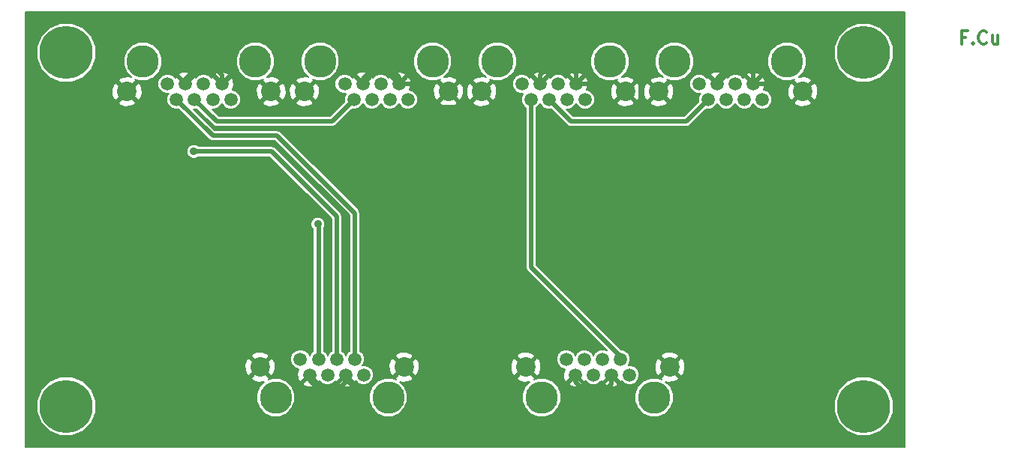
<source format=gtl>
G04 (created by PCBNEW (2013-07-07 BZR 4022)-stable) date 9/18/2013 12:17:53*
%MOIN*%
G04 Gerber Fmt 3.4, Leading zero omitted, Abs format*
%FSLAX34Y34*%
G01*
G70*
G90*
G04 APERTURE LIST*
%ADD10C,0.00590551*%
%ADD11C,0.011811*%
%ADD12C,0.23622*%
%ADD13C,0.1437*%
%ADD14C,0.0591*%
%ADD15C,0.0866142*%
%ADD16C,0.035*%
%ADD17C,0.019685*%
%ADD18C,0.00787402*%
G04 APERTURE END LIST*
G54D10*
G54D11*
X46664Y-6012D02*
X46467Y-6012D01*
X46467Y-6321D02*
X46467Y-5731D01*
X46749Y-5731D01*
X46974Y-6265D02*
X47002Y-6293D01*
X46974Y-6321D01*
X46946Y-6293D01*
X46974Y-6265D01*
X46974Y-6321D01*
X47592Y-6265D02*
X47564Y-6293D01*
X47480Y-6321D01*
X47424Y-6321D01*
X47339Y-6293D01*
X47283Y-6237D01*
X47255Y-6181D01*
X47227Y-6068D01*
X47227Y-5984D01*
X47255Y-5871D01*
X47283Y-5815D01*
X47339Y-5759D01*
X47424Y-5731D01*
X47480Y-5731D01*
X47564Y-5759D01*
X47592Y-5787D01*
X48098Y-5928D02*
X48098Y-6321D01*
X47845Y-5928D02*
X47845Y-6237D01*
X47874Y-6293D01*
X47930Y-6321D01*
X48014Y-6321D01*
X48070Y-6293D01*
X48098Y-6265D01*
G54D12*
X6692Y-6692D03*
X6692Y-22440D03*
X42125Y-22440D03*
X42125Y-6692D03*
G54D13*
X33720Y-7086D03*
X38720Y-7086D03*
G54D14*
X34814Y-8086D03*
X35216Y-8787D03*
X35618Y-8086D03*
X36019Y-8787D03*
X36421Y-8086D03*
X36822Y-8787D03*
X37224Y-8086D03*
X37625Y-8787D03*
G54D15*
X33019Y-8437D03*
X39421Y-8437D03*
G54D13*
X25846Y-7086D03*
X30846Y-7086D03*
G54D14*
X26940Y-8086D03*
X27342Y-8787D03*
X27744Y-8086D03*
X28145Y-8787D03*
X28547Y-8086D03*
X28948Y-8787D03*
X29350Y-8086D03*
X29751Y-8787D03*
G54D15*
X25145Y-8437D03*
X31547Y-8437D03*
G54D13*
X17972Y-7086D03*
X22972Y-7086D03*
G54D14*
X19066Y-8086D03*
X19468Y-8787D03*
X19870Y-8086D03*
X20271Y-8787D03*
X20673Y-8086D03*
X21074Y-8787D03*
X21476Y-8086D03*
X21877Y-8787D03*
G54D15*
X17271Y-8437D03*
X23673Y-8437D03*
G54D13*
X10098Y-7086D03*
X15098Y-7086D03*
G54D14*
X11192Y-8086D03*
X11594Y-8787D03*
X11996Y-8086D03*
X12397Y-8787D03*
X12799Y-8086D03*
X13200Y-8787D03*
X13602Y-8086D03*
X14003Y-8787D03*
G54D15*
X9397Y-8437D03*
X15799Y-8437D03*
G54D13*
X32814Y-22047D03*
X27814Y-22047D03*
G54D14*
X31720Y-21047D03*
X31318Y-20346D03*
X30917Y-21047D03*
X30515Y-20346D03*
X30114Y-21047D03*
X29712Y-20346D03*
X29311Y-21047D03*
X28909Y-20346D03*
G54D15*
X33515Y-20696D03*
X27114Y-20696D03*
G54D13*
X21003Y-22047D03*
X16003Y-22047D03*
G54D14*
X19909Y-21047D03*
X19507Y-20346D03*
X19106Y-21047D03*
X18704Y-20346D03*
X18303Y-21047D03*
X17901Y-20346D03*
X17500Y-21047D03*
X17098Y-20346D03*
G54D15*
X21704Y-20696D03*
X15303Y-20696D03*
G54D16*
X17874Y-14330D03*
X12362Y-11102D03*
G54D17*
X37224Y-8086D02*
X38007Y-8086D01*
X31259Y-21389D02*
X30917Y-21047D01*
X31259Y-22125D02*
X31259Y-21389D01*
X32283Y-23149D02*
X31259Y-22125D01*
X34330Y-23149D02*
X32283Y-23149D01*
X38503Y-18976D02*
X34330Y-23149D01*
X38503Y-8582D02*
X38503Y-18976D01*
X38007Y-8086D02*
X38503Y-8582D01*
X19106Y-21047D02*
X19106Y-21232D01*
X28818Y-21539D02*
X29311Y-21047D01*
X28818Y-22598D02*
X28818Y-21539D01*
X27952Y-23464D02*
X28818Y-22598D01*
X20629Y-23464D02*
X27952Y-23464D01*
X19921Y-22755D02*
X20629Y-23464D01*
X19921Y-22047D02*
X19921Y-22755D01*
X19106Y-21232D02*
X19921Y-22047D01*
X29311Y-21047D02*
X29311Y-21358D01*
X30917Y-21444D02*
X30917Y-21047D01*
X30629Y-21732D02*
X30917Y-21444D01*
X29685Y-21732D02*
X30629Y-21732D01*
X29311Y-21358D02*
X29685Y-21732D01*
X17500Y-21047D02*
X17500Y-21279D01*
X19106Y-21366D02*
X19106Y-21047D01*
X18740Y-21732D02*
X19106Y-21366D01*
X17952Y-21732D02*
X18740Y-21732D01*
X17500Y-21279D02*
X17952Y-21732D01*
X35618Y-8086D02*
X35618Y-7846D01*
X37224Y-7618D02*
X37224Y-8086D01*
X36929Y-7322D02*
X37224Y-7618D01*
X36141Y-7322D02*
X36929Y-7322D01*
X35618Y-7846D02*
X36141Y-7322D01*
X29350Y-8086D02*
X30133Y-8086D01*
X35118Y-7586D02*
X35618Y-8086D01*
X35118Y-6929D02*
X35118Y-7586D01*
X34330Y-6141D02*
X35118Y-6929D01*
X33228Y-6141D02*
X34330Y-6141D01*
X32204Y-7165D02*
X33228Y-6141D01*
X32204Y-8897D02*
X32204Y-7165D01*
X31811Y-9291D02*
X32204Y-8897D01*
X31338Y-9291D02*
X31811Y-9291D01*
X30133Y-8086D02*
X31338Y-9291D01*
X27744Y-8086D02*
X27744Y-7688D01*
X29350Y-7618D02*
X29350Y-8086D01*
X28976Y-7244D02*
X29350Y-7618D01*
X28188Y-7244D02*
X28976Y-7244D01*
X27744Y-7688D02*
X28188Y-7244D01*
X21476Y-8086D02*
X22181Y-8086D01*
X27165Y-7507D02*
X27744Y-8086D01*
X27165Y-7007D02*
X27165Y-7507D01*
X26220Y-6062D02*
X27165Y-7007D01*
X25196Y-6062D02*
X26220Y-6062D01*
X24409Y-6850D02*
X25196Y-6062D01*
X24409Y-8740D02*
X24409Y-6850D01*
X24015Y-9133D02*
X24409Y-8740D01*
X23228Y-9133D02*
X24015Y-9133D01*
X22181Y-8086D02*
X23228Y-9133D01*
X19870Y-8086D02*
X19870Y-7846D01*
X21476Y-7775D02*
X21476Y-8086D01*
X21023Y-7322D02*
X21476Y-7775D01*
X20393Y-7322D02*
X21023Y-7322D01*
X19870Y-7846D02*
X20393Y-7322D01*
X13602Y-8086D02*
X13645Y-8086D01*
X19212Y-7429D02*
X19870Y-8086D01*
X19212Y-6614D02*
X19212Y-7429D01*
X18425Y-5826D02*
X19212Y-6614D01*
X14803Y-5826D02*
X18425Y-5826D01*
X14015Y-6614D02*
X14803Y-5826D01*
X14015Y-7716D02*
X14015Y-6614D01*
X13645Y-8086D02*
X14015Y-7716D01*
X13602Y-7696D02*
X13602Y-8086D01*
X13188Y-7283D02*
X13602Y-7696D01*
X12598Y-7283D02*
X13188Y-7283D01*
X11996Y-7885D02*
X12598Y-7283D01*
X11996Y-8086D02*
X11996Y-7885D01*
X17901Y-20346D02*
X17901Y-14358D01*
X17901Y-14358D02*
X17874Y-14330D01*
X31318Y-20346D02*
X31318Y-20216D01*
X27342Y-16240D02*
X27342Y-8787D01*
X31318Y-20216D02*
X27342Y-16240D01*
X35216Y-8787D02*
X35216Y-8799D01*
X29122Y-9763D02*
X28145Y-8787D01*
X34251Y-9763D02*
X29122Y-9763D01*
X35216Y-8799D02*
X34251Y-9763D01*
X19507Y-20346D02*
X19507Y-13838D01*
X13200Y-10393D02*
X11594Y-8787D01*
X16062Y-10393D02*
X13200Y-10393D01*
X19507Y-13838D02*
X16062Y-10393D01*
X18704Y-20346D02*
X18704Y-13980D01*
X15826Y-11102D02*
X12362Y-11102D01*
X18704Y-13980D02*
X15826Y-11102D01*
X19468Y-8787D02*
X19468Y-8799D01*
X13374Y-9763D02*
X12397Y-8787D01*
X18503Y-9763D02*
X13374Y-9763D01*
X19468Y-8799D02*
X18503Y-9763D01*
G54D10*
G36*
X43946Y-24261D02*
X43446Y-24261D01*
X43446Y-22179D01*
X43446Y-6431D01*
X43246Y-5945D01*
X42874Y-5574D01*
X42389Y-5372D01*
X41864Y-5372D01*
X41378Y-5572D01*
X41007Y-5943D01*
X40805Y-6429D01*
X40805Y-6954D01*
X41005Y-7439D01*
X41377Y-7811D01*
X41862Y-8013D01*
X42387Y-8013D01*
X42872Y-7813D01*
X43244Y-7441D01*
X43446Y-6956D01*
X43446Y-6431D01*
X43446Y-22179D01*
X43246Y-21693D01*
X42874Y-21322D01*
X42389Y-21120D01*
X41864Y-21120D01*
X41378Y-21320D01*
X41007Y-21691D01*
X40805Y-22177D01*
X40805Y-22702D01*
X41005Y-23187D01*
X41377Y-23559D01*
X41862Y-23761D01*
X42387Y-23761D01*
X42872Y-23561D01*
X43244Y-23189D01*
X43446Y-22704D01*
X43446Y-22179D01*
X43446Y-24261D01*
X40099Y-24261D01*
X40099Y-8537D01*
X40086Y-8270D01*
X40009Y-8084D01*
X39904Y-8039D01*
X39818Y-8125D01*
X39818Y-7953D01*
X39773Y-7848D01*
X39521Y-7758D01*
X39254Y-7771D01*
X39243Y-7776D01*
X39447Y-7573D01*
X39578Y-7258D01*
X39578Y-6916D01*
X39448Y-6601D01*
X39207Y-6359D01*
X38891Y-6228D01*
X38550Y-6228D01*
X38235Y-6358D01*
X37993Y-6600D01*
X37862Y-6915D01*
X37862Y-7256D01*
X37992Y-7571D01*
X38233Y-7813D01*
X38549Y-7944D01*
X38890Y-7944D01*
X39057Y-7875D01*
X39023Y-7953D01*
X39421Y-8351D01*
X39818Y-7953D01*
X39818Y-8125D01*
X39507Y-8437D01*
X39904Y-8834D01*
X40009Y-8789D01*
X40099Y-8537D01*
X40099Y-24261D01*
X39818Y-24261D01*
X39818Y-8920D01*
X39421Y-8522D01*
X39335Y-8608D01*
X39335Y-8437D01*
X38937Y-8039D01*
X38833Y-8084D01*
X38743Y-8336D01*
X38756Y-8603D01*
X38833Y-8789D01*
X38937Y-8834D01*
X39335Y-8437D01*
X39335Y-8608D01*
X39023Y-8920D01*
X39068Y-9025D01*
X39320Y-9115D01*
X39587Y-9102D01*
X39773Y-9025D01*
X39818Y-8920D01*
X39818Y-24261D01*
X38060Y-24261D01*
X38060Y-8701D01*
X37994Y-8541D01*
X37872Y-8418D01*
X37712Y-8352D01*
X37699Y-8352D01*
X37765Y-8154D01*
X37750Y-7941D01*
X37698Y-7817D01*
X37607Y-7788D01*
X37522Y-7874D01*
X37522Y-7703D01*
X37493Y-7612D01*
X37291Y-7545D01*
X37079Y-7560D01*
X36954Y-7612D01*
X36926Y-7703D01*
X37224Y-8000D01*
X37522Y-7703D01*
X37522Y-7874D01*
X37310Y-8086D01*
X37315Y-8092D01*
X37229Y-8177D01*
X37224Y-8172D01*
X37218Y-8177D01*
X37133Y-8092D01*
X37138Y-8086D01*
X36840Y-7788D01*
X36762Y-7813D01*
X36667Y-7718D01*
X36508Y-7651D01*
X36335Y-7651D01*
X36175Y-7717D01*
X36079Y-7813D01*
X36001Y-7788D01*
X35915Y-7874D01*
X35915Y-7703D01*
X35887Y-7612D01*
X35685Y-7545D01*
X35473Y-7560D01*
X35348Y-7612D01*
X35320Y-7703D01*
X35618Y-8000D01*
X35915Y-7703D01*
X35915Y-7874D01*
X35703Y-8086D01*
X35709Y-8092D01*
X35623Y-8177D01*
X35618Y-8172D01*
X35612Y-8177D01*
X35526Y-8092D01*
X35532Y-8086D01*
X35234Y-7788D01*
X35156Y-7813D01*
X35061Y-7718D01*
X34901Y-7651D01*
X34728Y-7651D01*
X34578Y-7713D01*
X34578Y-6916D01*
X34448Y-6601D01*
X34207Y-6359D01*
X33891Y-6228D01*
X33550Y-6228D01*
X33235Y-6358D01*
X32993Y-6600D01*
X32862Y-6915D01*
X32862Y-7256D01*
X32992Y-7571D01*
X33212Y-7791D01*
X33120Y-7758D01*
X32852Y-7771D01*
X32667Y-7848D01*
X32622Y-7953D01*
X33019Y-8351D01*
X33417Y-7953D01*
X33383Y-7875D01*
X33549Y-7944D01*
X33890Y-7944D01*
X34205Y-7814D01*
X34447Y-7573D01*
X34578Y-7258D01*
X34578Y-6916D01*
X34578Y-7713D01*
X34568Y-7717D01*
X34446Y-7839D01*
X34380Y-7999D01*
X34380Y-8172D01*
X34446Y-8332D01*
X34568Y-8455D01*
X34728Y-8521D01*
X34867Y-8521D01*
X34848Y-8540D01*
X34781Y-8700D01*
X34781Y-8873D01*
X34788Y-8890D01*
X34153Y-9525D01*
X33697Y-9525D01*
X33697Y-8537D01*
X33684Y-8270D01*
X33607Y-8084D01*
X33502Y-8039D01*
X33105Y-8437D01*
X33502Y-8834D01*
X33607Y-8789D01*
X33697Y-8537D01*
X33697Y-9525D01*
X33417Y-9525D01*
X33417Y-8920D01*
X33019Y-8522D01*
X32933Y-8608D01*
X32933Y-8437D01*
X32536Y-8039D01*
X32431Y-8084D01*
X32341Y-8336D01*
X32354Y-8603D01*
X32431Y-8789D01*
X32536Y-8834D01*
X32933Y-8437D01*
X32933Y-8608D01*
X32622Y-8920D01*
X32667Y-9025D01*
X32919Y-9115D01*
X33186Y-9102D01*
X33372Y-9025D01*
X33417Y-8920D01*
X33417Y-9525D01*
X32225Y-9525D01*
X32225Y-8537D01*
X32212Y-8270D01*
X32135Y-8084D01*
X32030Y-8039D01*
X31944Y-8125D01*
X31944Y-7953D01*
X31899Y-7848D01*
X31647Y-7758D01*
X31380Y-7771D01*
X31369Y-7776D01*
X31573Y-7573D01*
X31704Y-7258D01*
X31704Y-6916D01*
X31574Y-6601D01*
X31333Y-6359D01*
X31017Y-6228D01*
X30676Y-6228D01*
X30361Y-6358D01*
X30119Y-6600D01*
X29988Y-6915D01*
X29988Y-7256D01*
X30118Y-7571D01*
X30359Y-7813D01*
X30675Y-7944D01*
X31016Y-7944D01*
X31183Y-7875D01*
X31149Y-7953D01*
X31547Y-8351D01*
X31944Y-7953D01*
X31944Y-8125D01*
X31632Y-8437D01*
X32030Y-8834D01*
X32135Y-8789D01*
X32225Y-8537D01*
X32225Y-9525D01*
X31944Y-9525D01*
X31944Y-8920D01*
X31547Y-8522D01*
X31461Y-8608D01*
X31461Y-8437D01*
X31063Y-8039D01*
X30959Y-8084D01*
X30869Y-8336D01*
X30882Y-8603D01*
X30959Y-8789D01*
X31063Y-8834D01*
X31461Y-8437D01*
X31461Y-8608D01*
X31149Y-8920D01*
X31194Y-9025D01*
X31446Y-9115D01*
X31713Y-9102D01*
X31899Y-9025D01*
X31944Y-8920D01*
X31944Y-9525D01*
X29220Y-9525D01*
X28916Y-9222D01*
X29034Y-9222D01*
X29194Y-9156D01*
X29317Y-9034D01*
X29350Y-8954D01*
X29383Y-9033D01*
X29505Y-9155D01*
X29665Y-9222D01*
X29838Y-9222D01*
X29997Y-9156D01*
X30120Y-9034D01*
X30186Y-8874D01*
X30186Y-8701D01*
X30120Y-8541D01*
X29998Y-8418D01*
X29838Y-8352D01*
X29825Y-8352D01*
X29891Y-8154D01*
X29876Y-7941D01*
X29824Y-7817D01*
X29733Y-7788D01*
X29648Y-7874D01*
X29648Y-7703D01*
X29619Y-7612D01*
X29417Y-7545D01*
X29205Y-7560D01*
X29080Y-7612D01*
X29052Y-7703D01*
X29350Y-8000D01*
X29648Y-7703D01*
X29648Y-7874D01*
X29436Y-8086D01*
X29441Y-8092D01*
X29355Y-8177D01*
X29350Y-8172D01*
X29344Y-8177D01*
X29259Y-8092D01*
X29264Y-8086D01*
X28966Y-7788D01*
X28888Y-7813D01*
X28793Y-7718D01*
X28634Y-7651D01*
X28461Y-7651D01*
X28301Y-7717D01*
X28205Y-7813D01*
X28127Y-7788D01*
X28041Y-7874D01*
X28041Y-7703D01*
X28013Y-7612D01*
X27811Y-7545D01*
X27599Y-7560D01*
X27474Y-7612D01*
X27446Y-7703D01*
X27744Y-8000D01*
X28041Y-7703D01*
X28041Y-7874D01*
X27829Y-8086D01*
X27835Y-8092D01*
X27749Y-8177D01*
X27744Y-8172D01*
X27738Y-8177D01*
X27652Y-8092D01*
X27658Y-8086D01*
X27360Y-7788D01*
X27282Y-7813D01*
X27187Y-7718D01*
X27027Y-7651D01*
X26854Y-7651D01*
X26704Y-7713D01*
X26704Y-6916D01*
X26574Y-6601D01*
X26333Y-6359D01*
X26017Y-6228D01*
X25676Y-6228D01*
X25361Y-6358D01*
X25119Y-6600D01*
X24988Y-6915D01*
X24988Y-7256D01*
X25118Y-7571D01*
X25338Y-7791D01*
X25246Y-7758D01*
X24978Y-7771D01*
X24793Y-7848D01*
X24748Y-7953D01*
X25145Y-8351D01*
X25543Y-7953D01*
X25509Y-7875D01*
X25675Y-7944D01*
X26016Y-7944D01*
X26331Y-7814D01*
X26573Y-7573D01*
X26704Y-7258D01*
X26704Y-6916D01*
X26704Y-7713D01*
X26694Y-7717D01*
X26572Y-7839D01*
X26506Y-7999D01*
X26505Y-8172D01*
X26572Y-8332D01*
X26694Y-8455D01*
X26854Y-8521D01*
X26993Y-8521D01*
X26974Y-8540D01*
X26907Y-8700D01*
X26907Y-8873D01*
X26973Y-9033D01*
X27095Y-9155D01*
X27104Y-9159D01*
X27104Y-16240D01*
X27122Y-16331D01*
X27174Y-16408D01*
X30731Y-19964D01*
X30602Y-19911D01*
X30429Y-19911D01*
X30269Y-19977D01*
X30147Y-20099D01*
X30114Y-20179D01*
X30081Y-20100D01*
X29959Y-19978D01*
X29799Y-19911D01*
X29626Y-19911D01*
X29466Y-19977D01*
X29344Y-20099D01*
X29311Y-20179D01*
X29278Y-20100D01*
X29156Y-19978D01*
X28996Y-19911D01*
X28823Y-19911D01*
X28663Y-19977D01*
X28540Y-20099D01*
X28474Y-20259D01*
X28474Y-20432D01*
X28540Y-20592D01*
X28662Y-20714D01*
X28822Y-20781D01*
X28835Y-20781D01*
X28769Y-20979D01*
X28785Y-21191D01*
X28836Y-21316D01*
X28927Y-21344D01*
X29225Y-21047D01*
X29219Y-21041D01*
X29305Y-20955D01*
X29311Y-20961D01*
X29316Y-20955D01*
X29402Y-21041D01*
X29396Y-21047D01*
X29694Y-21344D01*
X29772Y-21320D01*
X29867Y-21415D01*
X30027Y-21482D01*
X30200Y-21482D01*
X30360Y-21416D01*
X30455Y-21320D01*
X30533Y-21344D01*
X30831Y-21047D01*
X30826Y-21041D01*
X30911Y-20955D01*
X30917Y-20961D01*
X30922Y-20955D01*
X31008Y-21041D01*
X31003Y-21047D01*
X31300Y-21344D01*
X31378Y-21320D01*
X31473Y-21415D01*
X31633Y-21482D01*
X31806Y-21482D01*
X31966Y-21416D01*
X32088Y-21293D01*
X32155Y-21134D01*
X32155Y-20961D01*
X32089Y-20801D01*
X31967Y-20678D01*
X31807Y-20612D01*
X31668Y-20612D01*
X31687Y-20593D01*
X31753Y-20433D01*
X31753Y-20260D01*
X31687Y-20100D01*
X31565Y-19978D01*
X31405Y-19911D01*
X31350Y-19911D01*
X27580Y-16141D01*
X27580Y-9159D01*
X27588Y-9156D01*
X27710Y-9034D01*
X27744Y-8954D01*
X27776Y-9033D01*
X27899Y-9155D01*
X28058Y-9222D01*
X28231Y-9222D01*
X28240Y-9218D01*
X28953Y-9931D01*
X28953Y-9931D01*
X29031Y-9983D01*
X29122Y-10001D01*
X34251Y-10001D01*
X34251Y-10001D01*
X34342Y-9983D01*
X34342Y-9983D01*
X34420Y-9931D01*
X35129Y-9222D01*
X35302Y-9222D01*
X35462Y-9156D01*
X35584Y-9034D01*
X35618Y-8954D01*
X35650Y-9033D01*
X35773Y-9155D01*
X35932Y-9222D01*
X36105Y-9222D01*
X36265Y-9156D01*
X36388Y-9034D01*
X36421Y-8954D01*
X36453Y-9033D01*
X36576Y-9155D01*
X36735Y-9222D01*
X36908Y-9222D01*
X37068Y-9156D01*
X37191Y-9034D01*
X37224Y-8954D01*
X37257Y-9033D01*
X37379Y-9155D01*
X37539Y-9222D01*
X37712Y-9222D01*
X37871Y-9156D01*
X37994Y-9034D01*
X38060Y-8874D01*
X38060Y-8701D01*
X38060Y-24261D01*
X34193Y-24261D01*
X34193Y-20797D01*
X34180Y-20530D01*
X34103Y-20344D01*
X33999Y-20299D01*
X33913Y-20385D01*
X33913Y-20213D01*
X33868Y-20108D01*
X33616Y-20018D01*
X33349Y-20031D01*
X33163Y-20108D01*
X33118Y-20213D01*
X33515Y-20611D01*
X33913Y-20213D01*
X33913Y-20385D01*
X33601Y-20696D01*
X33999Y-21094D01*
X34103Y-21049D01*
X34193Y-20797D01*
X34193Y-24261D01*
X33913Y-24261D01*
X33913Y-21180D01*
X33515Y-20782D01*
X33430Y-20868D01*
X33430Y-20696D01*
X33032Y-20299D01*
X32927Y-20344D01*
X32837Y-20596D01*
X32850Y-20863D01*
X32927Y-21049D01*
X33032Y-21094D01*
X33430Y-20696D01*
X33430Y-20868D01*
X33118Y-21180D01*
X33151Y-21258D01*
X32986Y-21189D01*
X32645Y-21189D01*
X32329Y-21319D01*
X32088Y-21560D01*
X31957Y-21875D01*
X31956Y-22217D01*
X32087Y-22532D01*
X32328Y-22774D01*
X32643Y-22904D01*
X32984Y-22905D01*
X33300Y-22774D01*
X33541Y-22533D01*
X33672Y-22218D01*
X33672Y-21877D01*
X33542Y-21561D01*
X33323Y-21342D01*
X33415Y-21375D01*
X33682Y-21361D01*
X33868Y-21284D01*
X33913Y-21180D01*
X33913Y-24261D01*
X31215Y-24261D01*
X31215Y-21430D01*
X30917Y-21132D01*
X30619Y-21430D01*
X30647Y-21521D01*
X30849Y-21588D01*
X31061Y-21573D01*
X31186Y-21521D01*
X31215Y-21430D01*
X31215Y-24261D01*
X29608Y-24261D01*
X29608Y-21430D01*
X29311Y-21132D01*
X29013Y-21430D01*
X29041Y-21521D01*
X29243Y-21588D01*
X29455Y-21573D01*
X29580Y-21521D01*
X29608Y-21430D01*
X29608Y-24261D01*
X28672Y-24261D01*
X28672Y-21877D01*
X28542Y-21561D01*
X28301Y-21320D01*
X27986Y-21189D01*
X27792Y-21189D01*
X27792Y-20797D01*
X27779Y-20530D01*
X27702Y-20344D01*
X27597Y-20299D01*
X27511Y-20385D01*
X27511Y-20213D01*
X27466Y-20108D01*
X27214Y-20018D01*
X26947Y-20031D01*
X26761Y-20108D01*
X26716Y-20213D01*
X27114Y-20611D01*
X27511Y-20213D01*
X27511Y-20385D01*
X27199Y-20696D01*
X27597Y-21094D01*
X27702Y-21049D01*
X27792Y-20797D01*
X27792Y-21189D01*
X27645Y-21189D01*
X27478Y-21258D01*
X27511Y-21180D01*
X27114Y-20782D01*
X27028Y-20868D01*
X27028Y-20696D01*
X26630Y-20299D01*
X26526Y-20344D01*
X26435Y-20596D01*
X26449Y-20863D01*
X26526Y-21049D01*
X26630Y-21094D01*
X27028Y-20696D01*
X27028Y-20868D01*
X26716Y-21180D01*
X26761Y-21284D01*
X27013Y-21375D01*
X27280Y-21361D01*
X27291Y-21357D01*
X27088Y-21560D01*
X26957Y-21875D01*
X26956Y-22217D01*
X27087Y-22532D01*
X27328Y-22774D01*
X27643Y-22904D01*
X27984Y-22905D01*
X28300Y-22774D01*
X28541Y-22533D01*
X28672Y-22218D01*
X28672Y-21877D01*
X28672Y-24261D01*
X25823Y-24261D01*
X25823Y-8537D01*
X25810Y-8270D01*
X25733Y-8084D01*
X25628Y-8039D01*
X25231Y-8437D01*
X25628Y-8834D01*
X25733Y-8789D01*
X25823Y-8537D01*
X25823Y-24261D01*
X25543Y-24261D01*
X25543Y-8920D01*
X25145Y-8522D01*
X25059Y-8608D01*
X25059Y-8437D01*
X24662Y-8039D01*
X24557Y-8084D01*
X24467Y-8336D01*
X24480Y-8603D01*
X24557Y-8789D01*
X24662Y-8834D01*
X25059Y-8437D01*
X25059Y-8608D01*
X24748Y-8920D01*
X24793Y-9025D01*
X25045Y-9115D01*
X25312Y-9102D01*
X25498Y-9025D01*
X25543Y-8920D01*
X25543Y-24261D01*
X24351Y-24261D01*
X24351Y-8537D01*
X24338Y-8270D01*
X24261Y-8084D01*
X24156Y-8039D01*
X24070Y-8125D01*
X24070Y-7953D01*
X24025Y-7848D01*
X23773Y-7758D01*
X23506Y-7771D01*
X23495Y-7776D01*
X23699Y-7573D01*
X23830Y-7258D01*
X23830Y-6916D01*
X23700Y-6601D01*
X23459Y-6359D01*
X23143Y-6228D01*
X22802Y-6228D01*
X22487Y-6358D01*
X22245Y-6600D01*
X22114Y-6915D01*
X22114Y-7256D01*
X22244Y-7571D01*
X22485Y-7813D01*
X22801Y-7944D01*
X23142Y-7944D01*
X23309Y-7875D01*
X23275Y-7953D01*
X23673Y-8351D01*
X24070Y-7953D01*
X24070Y-8125D01*
X23758Y-8437D01*
X24156Y-8834D01*
X24261Y-8789D01*
X24351Y-8537D01*
X24351Y-24261D01*
X24070Y-24261D01*
X24070Y-8920D01*
X23673Y-8522D01*
X23587Y-8608D01*
X23587Y-8437D01*
X23189Y-8039D01*
X23085Y-8084D01*
X22995Y-8336D01*
X23008Y-8603D01*
X23085Y-8789D01*
X23189Y-8834D01*
X23587Y-8437D01*
X23587Y-8608D01*
X23275Y-8920D01*
X23320Y-9025D01*
X23572Y-9115D01*
X23839Y-9102D01*
X24025Y-9025D01*
X24070Y-8920D01*
X24070Y-24261D01*
X22382Y-24261D01*
X22382Y-20797D01*
X22369Y-20530D01*
X22312Y-20392D01*
X22312Y-8701D01*
X22246Y-8541D01*
X22124Y-8418D01*
X21964Y-8352D01*
X21951Y-8352D01*
X22017Y-8154D01*
X22002Y-7941D01*
X21950Y-7817D01*
X21859Y-7788D01*
X21774Y-7874D01*
X21774Y-7703D01*
X21745Y-7612D01*
X21543Y-7545D01*
X21331Y-7560D01*
X21206Y-7612D01*
X21178Y-7703D01*
X21476Y-8000D01*
X21774Y-7703D01*
X21774Y-7874D01*
X21562Y-8086D01*
X21567Y-8092D01*
X21481Y-8177D01*
X21476Y-8172D01*
X21470Y-8177D01*
X21385Y-8092D01*
X21390Y-8086D01*
X21092Y-7788D01*
X21014Y-7813D01*
X20919Y-7718D01*
X20760Y-7651D01*
X20587Y-7651D01*
X20427Y-7717D01*
X20331Y-7813D01*
X20253Y-7788D01*
X20167Y-7874D01*
X20167Y-7703D01*
X20139Y-7612D01*
X19937Y-7545D01*
X19725Y-7560D01*
X19600Y-7612D01*
X19572Y-7703D01*
X19870Y-8000D01*
X20167Y-7703D01*
X20167Y-7874D01*
X19955Y-8086D01*
X19961Y-8092D01*
X19875Y-8177D01*
X19870Y-8172D01*
X19864Y-8177D01*
X19778Y-8092D01*
X19784Y-8086D01*
X19486Y-7788D01*
X19408Y-7813D01*
X19313Y-7718D01*
X19153Y-7651D01*
X18980Y-7651D01*
X18830Y-7713D01*
X18830Y-6916D01*
X18700Y-6601D01*
X18459Y-6359D01*
X18143Y-6228D01*
X17802Y-6228D01*
X17487Y-6358D01*
X17245Y-6600D01*
X17114Y-6915D01*
X17114Y-7256D01*
X17244Y-7571D01*
X17464Y-7791D01*
X17372Y-7758D01*
X17104Y-7771D01*
X16919Y-7848D01*
X16874Y-7953D01*
X17271Y-8351D01*
X17669Y-7953D01*
X17635Y-7875D01*
X17801Y-7944D01*
X18142Y-7944D01*
X18457Y-7814D01*
X18699Y-7573D01*
X18830Y-7258D01*
X18830Y-6916D01*
X18830Y-7713D01*
X18820Y-7717D01*
X18698Y-7839D01*
X18632Y-7999D01*
X18631Y-8172D01*
X18698Y-8332D01*
X18820Y-8455D01*
X18980Y-8521D01*
X19119Y-8521D01*
X19100Y-8540D01*
X19033Y-8700D01*
X19033Y-8873D01*
X19040Y-8890D01*
X18405Y-9525D01*
X17949Y-9525D01*
X17949Y-8537D01*
X17936Y-8270D01*
X17859Y-8084D01*
X17754Y-8039D01*
X17357Y-8437D01*
X17754Y-8834D01*
X17859Y-8789D01*
X17949Y-8537D01*
X17949Y-9525D01*
X17669Y-9525D01*
X17669Y-8920D01*
X17271Y-8522D01*
X17185Y-8608D01*
X17185Y-8437D01*
X16788Y-8039D01*
X16683Y-8084D01*
X16593Y-8336D01*
X16606Y-8603D01*
X16683Y-8789D01*
X16788Y-8834D01*
X17185Y-8437D01*
X17185Y-8608D01*
X16874Y-8920D01*
X16919Y-9025D01*
X17171Y-9115D01*
X17438Y-9102D01*
X17624Y-9025D01*
X17669Y-8920D01*
X17669Y-9525D01*
X16477Y-9525D01*
X16477Y-8537D01*
X16464Y-8270D01*
X16387Y-8084D01*
X16282Y-8039D01*
X16196Y-8125D01*
X16196Y-7953D01*
X16151Y-7848D01*
X15899Y-7758D01*
X15632Y-7771D01*
X15621Y-7776D01*
X15825Y-7573D01*
X15956Y-7258D01*
X15956Y-6916D01*
X15826Y-6601D01*
X15585Y-6359D01*
X15269Y-6228D01*
X14928Y-6228D01*
X14613Y-6358D01*
X14371Y-6600D01*
X14240Y-6915D01*
X14240Y-7256D01*
X14370Y-7571D01*
X14611Y-7813D01*
X14927Y-7944D01*
X15268Y-7944D01*
X15435Y-7875D01*
X15401Y-7953D01*
X15799Y-8351D01*
X16196Y-7953D01*
X16196Y-8125D01*
X15884Y-8437D01*
X16282Y-8834D01*
X16387Y-8789D01*
X16477Y-8537D01*
X16477Y-9525D01*
X16196Y-9525D01*
X16196Y-8920D01*
X15799Y-8522D01*
X15713Y-8608D01*
X15713Y-8437D01*
X15315Y-8039D01*
X15211Y-8084D01*
X15121Y-8336D01*
X15134Y-8603D01*
X15211Y-8789D01*
X15315Y-8834D01*
X15713Y-8437D01*
X15713Y-8608D01*
X15401Y-8920D01*
X15446Y-9025D01*
X15698Y-9115D01*
X15965Y-9102D01*
X16151Y-9025D01*
X16196Y-8920D01*
X16196Y-9525D01*
X13472Y-9525D01*
X13168Y-9222D01*
X13286Y-9222D01*
X13446Y-9156D01*
X13569Y-9034D01*
X13602Y-8954D01*
X13635Y-9033D01*
X13757Y-9155D01*
X13917Y-9222D01*
X14090Y-9222D01*
X14249Y-9156D01*
X14372Y-9034D01*
X14438Y-8874D01*
X14438Y-8701D01*
X14372Y-8541D01*
X14250Y-8418D01*
X14090Y-8352D01*
X14077Y-8352D01*
X14143Y-8154D01*
X14128Y-7941D01*
X14076Y-7817D01*
X13985Y-7788D01*
X13900Y-7874D01*
X13900Y-7703D01*
X13871Y-7612D01*
X13669Y-7545D01*
X13457Y-7560D01*
X13332Y-7612D01*
X13304Y-7703D01*
X13602Y-8000D01*
X13900Y-7703D01*
X13900Y-7874D01*
X13688Y-8086D01*
X13693Y-8092D01*
X13607Y-8177D01*
X13602Y-8172D01*
X13596Y-8177D01*
X13511Y-8092D01*
X13516Y-8086D01*
X13218Y-7788D01*
X13140Y-7813D01*
X13045Y-7718D01*
X12886Y-7651D01*
X12713Y-7651D01*
X12553Y-7717D01*
X12457Y-7813D01*
X12379Y-7788D01*
X12293Y-7874D01*
X12293Y-7703D01*
X12265Y-7612D01*
X12063Y-7545D01*
X11851Y-7560D01*
X11726Y-7612D01*
X11698Y-7703D01*
X11996Y-8000D01*
X12293Y-7703D01*
X12293Y-7874D01*
X12081Y-8086D01*
X12087Y-8092D01*
X12001Y-8177D01*
X11996Y-8172D01*
X11990Y-8177D01*
X11904Y-8092D01*
X11910Y-8086D01*
X11612Y-7788D01*
X11534Y-7813D01*
X11439Y-7718D01*
X11279Y-7651D01*
X11106Y-7651D01*
X10956Y-7713D01*
X10956Y-6916D01*
X10826Y-6601D01*
X10585Y-6359D01*
X10269Y-6228D01*
X9928Y-6228D01*
X9613Y-6358D01*
X9371Y-6600D01*
X9240Y-6915D01*
X9240Y-7256D01*
X9370Y-7571D01*
X9590Y-7791D01*
X9498Y-7758D01*
X9230Y-7771D01*
X9045Y-7848D01*
X9000Y-7953D01*
X9397Y-8351D01*
X9795Y-7953D01*
X9761Y-7875D01*
X9927Y-7944D01*
X10268Y-7944D01*
X10583Y-7814D01*
X10825Y-7573D01*
X10956Y-7258D01*
X10956Y-6916D01*
X10956Y-7713D01*
X10946Y-7717D01*
X10824Y-7839D01*
X10758Y-7999D01*
X10757Y-8172D01*
X10824Y-8332D01*
X10946Y-8455D01*
X11106Y-8521D01*
X11245Y-8521D01*
X11226Y-8540D01*
X11159Y-8700D01*
X11159Y-8873D01*
X11225Y-9033D01*
X11347Y-9155D01*
X11507Y-9222D01*
X11680Y-9222D01*
X11689Y-9218D01*
X13032Y-10561D01*
X13032Y-10561D01*
X13109Y-10613D01*
X13200Y-10631D01*
X15964Y-10631D01*
X19270Y-13937D01*
X19270Y-19974D01*
X19261Y-19977D01*
X19139Y-20099D01*
X19106Y-20179D01*
X19073Y-20100D01*
X18951Y-19978D01*
X18942Y-19974D01*
X18942Y-13980D01*
X18924Y-13889D01*
X18872Y-13812D01*
X18872Y-13812D01*
X15994Y-10934D01*
X15917Y-10882D01*
X15826Y-10864D01*
X12569Y-10864D01*
X12540Y-10836D01*
X12425Y-10788D01*
X12299Y-10787D01*
X12184Y-10835D01*
X12095Y-10924D01*
X12047Y-11039D01*
X12047Y-11164D01*
X12095Y-11280D01*
X12183Y-11368D01*
X12299Y-11416D01*
X12424Y-11416D01*
X12540Y-11369D01*
X12568Y-11340D01*
X15728Y-11340D01*
X18466Y-14078D01*
X18466Y-19974D01*
X18458Y-19977D01*
X18336Y-20099D01*
X18303Y-20179D01*
X18270Y-20100D01*
X18148Y-19978D01*
X18139Y-19974D01*
X18139Y-14510D01*
X18140Y-14509D01*
X18188Y-14393D01*
X18188Y-14268D01*
X18140Y-14152D01*
X18052Y-14064D01*
X17936Y-14016D01*
X17811Y-14016D01*
X17696Y-14064D01*
X17607Y-14152D01*
X17559Y-14267D01*
X17559Y-14392D01*
X17607Y-14508D01*
X17663Y-14565D01*
X17663Y-19974D01*
X17655Y-19977D01*
X17533Y-20099D01*
X17500Y-20179D01*
X17467Y-20100D01*
X17345Y-19978D01*
X17185Y-19911D01*
X17012Y-19911D01*
X16852Y-19977D01*
X16729Y-20099D01*
X16663Y-20259D01*
X16663Y-20432D01*
X16729Y-20592D01*
X16851Y-20714D01*
X17011Y-20781D01*
X17024Y-20781D01*
X16958Y-20979D01*
X16974Y-21191D01*
X17025Y-21316D01*
X17116Y-21344D01*
X17414Y-21047D01*
X17408Y-21041D01*
X17494Y-20955D01*
X17500Y-20961D01*
X17505Y-20955D01*
X17591Y-21041D01*
X17585Y-21047D01*
X17883Y-21344D01*
X17961Y-21320D01*
X18056Y-21415D01*
X18216Y-21482D01*
X18389Y-21482D01*
X18549Y-21416D01*
X18644Y-21320D01*
X18722Y-21344D01*
X19020Y-21047D01*
X19014Y-21041D01*
X19100Y-20955D01*
X19106Y-20961D01*
X19111Y-20955D01*
X19197Y-21041D01*
X19192Y-21047D01*
X19489Y-21344D01*
X19567Y-21320D01*
X19662Y-21415D01*
X19822Y-21482D01*
X19995Y-21482D01*
X20155Y-21416D01*
X20277Y-21293D01*
X20344Y-21134D01*
X20344Y-20961D01*
X20278Y-20801D01*
X20156Y-20678D01*
X19996Y-20612D01*
X19857Y-20612D01*
X19876Y-20593D01*
X19942Y-20433D01*
X19942Y-20260D01*
X19876Y-20100D01*
X19754Y-19978D01*
X19745Y-19974D01*
X19745Y-13838D01*
X19727Y-13747D01*
X19676Y-13670D01*
X19676Y-13670D01*
X16231Y-10225D01*
X16153Y-10174D01*
X16062Y-10155D01*
X13299Y-10155D01*
X12365Y-9222D01*
X12483Y-9222D01*
X12492Y-9218D01*
X13205Y-9931D01*
X13205Y-9931D01*
X13283Y-9983D01*
X13374Y-10001D01*
X18503Y-10001D01*
X18503Y-10001D01*
X18594Y-9983D01*
X18594Y-9983D01*
X18672Y-9931D01*
X19381Y-9222D01*
X19554Y-9222D01*
X19714Y-9156D01*
X19836Y-9034D01*
X19870Y-8954D01*
X19902Y-9033D01*
X20024Y-9155D01*
X20184Y-9222D01*
X20357Y-9222D01*
X20517Y-9156D01*
X20640Y-9034D01*
X20673Y-8954D01*
X20705Y-9033D01*
X20828Y-9155D01*
X20987Y-9222D01*
X21160Y-9222D01*
X21320Y-9156D01*
X21443Y-9034D01*
X21476Y-8954D01*
X21509Y-9033D01*
X21631Y-9155D01*
X21791Y-9222D01*
X21964Y-9222D01*
X22123Y-9156D01*
X22246Y-9034D01*
X22312Y-8874D01*
X22312Y-8701D01*
X22312Y-20392D01*
X22292Y-20344D01*
X22188Y-20299D01*
X22102Y-20385D01*
X22102Y-20213D01*
X22057Y-20108D01*
X21805Y-20018D01*
X21538Y-20031D01*
X21352Y-20108D01*
X21307Y-20213D01*
X21704Y-20611D01*
X22102Y-20213D01*
X22102Y-20385D01*
X21790Y-20696D01*
X22188Y-21094D01*
X22292Y-21049D01*
X22382Y-20797D01*
X22382Y-24261D01*
X22102Y-24261D01*
X22102Y-21180D01*
X21704Y-20782D01*
X21618Y-20868D01*
X21618Y-20696D01*
X21221Y-20299D01*
X21116Y-20344D01*
X21026Y-20596D01*
X21039Y-20863D01*
X21116Y-21049D01*
X21221Y-21094D01*
X21618Y-20696D01*
X21618Y-20868D01*
X21307Y-21180D01*
X21340Y-21258D01*
X21175Y-21189D01*
X20834Y-21189D01*
X20518Y-21319D01*
X20277Y-21560D01*
X20146Y-21875D01*
X20145Y-22217D01*
X20276Y-22532D01*
X20517Y-22774D01*
X20832Y-22904D01*
X21173Y-22905D01*
X21489Y-22774D01*
X21730Y-22533D01*
X21861Y-22218D01*
X21861Y-21877D01*
X21731Y-21561D01*
X21512Y-21342D01*
X21604Y-21375D01*
X21871Y-21361D01*
X22057Y-21284D01*
X22102Y-21180D01*
X22102Y-24261D01*
X19404Y-24261D01*
X19404Y-21430D01*
X19106Y-21132D01*
X18808Y-21430D01*
X18836Y-21521D01*
X19038Y-21588D01*
X19250Y-21573D01*
X19375Y-21521D01*
X19404Y-21430D01*
X19404Y-24261D01*
X17797Y-24261D01*
X17797Y-21430D01*
X17500Y-21132D01*
X17202Y-21430D01*
X17230Y-21521D01*
X17432Y-21588D01*
X17644Y-21573D01*
X17769Y-21521D01*
X17797Y-21430D01*
X17797Y-24261D01*
X16861Y-24261D01*
X16861Y-21877D01*
X16731Y-21561D01*
X16490Y-21320D01*
X16175Y-21189D01*
X15981Y-21189D01*
X15981Y-20797D01*
X15968Y-20530D01*
X15891Y-20344D01*
X15786Y-20299D01*
X15700Y-20385D01*
X15700Y-20213D01*
X15655Y-20108D01*
X15403Y-20018D01*
X15136Y-20031D01*
X14950Y-20108D01*
X14905Y-20213D01*
X15303Y-20611D01*
X15700Y-20213D01*
X15700Y-20385D01*
X15388Y-20696D01*
X15786Y-21094D01*
X15891Y-21049D01*
X15981Y-20797D01*
X15981Y-21189D01*
X15834Y-21189D01*
X15667Y-21258D01*
X15700Y-21180D01*
X15303Y-20782D01*
X15217Y-20868D01*
X15217Y-20696D01*
X14819Y-20299D01*
X14715Y-20344D01*
X14624Y-20596D01*
X14638Y-20863D01*
X14715Y-21049D01*
X14819Y-21094D01*
X15217Y-20696D01*
X15217Y-20868D01*
X14905Y-21180D01*
X14950Y-21284D01*
X15202Y-21375D01*
X15469Y-21361D01*
X15480Y-21357D01*
X15277Y-21560D01*
X15146Y-21875D01*
X15145Y-22217D01*
X15276Y-22532D01*
X15517Y-22774D01*
X15832Y-22904D01*
X16173Y-22905D01*
X16489Y-22774D01*
X16730Y-22533D01*
X16861Y-22218D01*
X16861Y-21877D01*
X16861Y-24261D01*
X10075Y-24261D01*
X10075Y-8537D01*
X10062Y-8270D01*
X9985Y-8084D01*
X9880Y-8039D01*
X9483Y-8437D01*
X9880Y-8834D01*
X9985Y-8789D01*
X10075Y-8537D01*
X10075Y-24261D01*
X9795Y-24261D01*
X9795Y-8920D01*
X9397Y-8522D01*
X9311Y-8608D01*
X9311Y-8437D01*
X8914Y-8039D01*
X8809Y-8084D01*
X8719Y-8336D01*
X8732Y-8603D01*
X8809Y-8789D01*
X8914Y-8834D01*
X9311Y-8437D01*
X9311Y-8608D01*
X9000Y-8920D01*
X9045Y-9025D01*
X9297Y-9115D01*
X9564Y-9102D01*
X9750Y-9025D01*
X9795Y-8920D01*
X9795Y-24261D01*
X8013Y-24261D01*
X8013Y-22179D01*
X8013Y-6431D01*
X7813Y-5945D01*
X7441Y-5574D01*
X6956Y-5372D01*
X6431Y-5372D01*
X5945Y-5572D01*
X5574Y-5943D01*
X5372Y-6429D01*
X5372Y-6954D01*
X5572Y-7439D01*
X5943Y-7811D01*
X6429Y-8013D01*
X6954Y-8013D01*
X7439Y-7813D01*
X7811Y-7441D01*
X8013Y-6956D01*
X8013Y-6431D01*
X8013Y-22179D01*
X7813Y-21693D01*
X7441Y-21322D01*
X6956Y-21120D01*
X6431Y-21120D01*
X5945Y-21320D01*
X5574Y-21691D01*
X5372Y-22177D01*
X5372Y-22702D01*
X5572Y-23187D01*
X5943Y-23559D01*
X6429Y-23761D01*
X6954Y-23761D01*
X7439Y-23561D01*
X7811Y-23189D01*
X8013Y-22704D01*
X8013Y-22179D01*
X8013Y-24261D01*
X4872Y-24261D01*
X4872Y-4872D01*
X43946Y-4872D01*
X43946Y-24261D01*
X43946Y-24261D01*
G37*
G54D18*
X43946Y-24261D02*
X43446Y-24261D01*
X43446Y-22179D01*
X43446Y-6431D01*
X43246Y-5945D01*
X42874Y-5574D01*
X42389Y-5372D01*
X41864Y-5372D01*
X41378Y-5572D01*
X41007Y-5943D01*
X40805Y-6429D01*
X40805Y-6954D01*
X41005Y-7439D01*
X41377Y-7811D01*
X41862Y-8013D01*
X42387Y-8013D01*
X42872Y-7813D01*
X43244Y-7441D01*
X43446Y-6956D01*
X43446Y-6431D01*
X43446Y-22179D01*
X43246Y-21693D01*
X42874Y-21322D01*
X42389Y-21120D01*
X41864Y-21120D01*
X41378Y-21320D01*
X41007Y-21691D01*
X40805Y-22177D01*
X40805Y-22702D01*
X41005Y-23187D01*
X41377Y-23559D01*
X41862Y-23761D01*
X42387Y-23761D01*
X42872Y-23561D01*
X43244Y-23189D01*
X43446Y-22704D01*
X43446Y-22179D01*
X43446Y-24261D01*
X40099Y-24261D01*
X40099Y-8537D01*
X40086Y-8270D01*
X40009Y-8084D01*
X39904Y-8039D01*
X39818Y-8125D01*
X39818Y-7953D01*
X39773Y-7848D01*
X39521Y-7758D01*
X39254Y-7771D01*
X39243Y-7776D01*
X39447Y-7573D01*
X39578Y-7258D01*
X39578Y-6916D01*
X39448Y-6601D01*
X39207Y-6359D01*
X38891Y-6228D01*
X38550Y-6228D01*
X38235Y-6358D01*
X37993Y-6600D01*
X37862Y-6915D01*
X37862Y-7256D01*
X37992Y-7571D01*
X38233Y-7813D01*
X38549Y-7944D01*
X38890Y-7944D01*
X39057Y-7875D01*
X39023Y-7953D01*
X39421Y-8351D01*
X39818Y-7953D01*
X39818Y-8125D01*
X39507Y-8437D01*
X39904Y-8834D01*
X40009Y-8789D01*
X40099Y-8537D01*
X40099Y-24261D01*
X39818Y-24261D01*
X39818Y-8920D01*
X39421Y-8522D01*
X39335Y-8608D01*
X39335Y-8437D01*
X38937Y-8039D01*
X38833Y-8084D01*
X38743Y-8336D01*
X38756Y-8603D01*
X38833Y-8789D01*
X38937Y-8834D01*
X39335Y-8437D01*
X39335Y-8608D01*
X39023Y-8920D01*
X39068Y-9025D01*
X39320Y-9115D01*
X39587Y-9102D01*
X39773Y-9025D01*
X39818Y-8920D01*
X39818Y-24261D01*
X38060Y-24261D01*
X38060Y-8701D01*
X37994Y-8541D01*
X37872Y-8418D01*
X37712Y-8352D01*
X37699Y-8352D01*
X37765Y-8154D01*
X37750Y-7941D01*
X37698Y-7817D01*
X37607Y-7788D01*
X37522Y-7874D01*
X37522Y-7703D01*
X37493Y-7612D01*
X37291Y-7545D01*
X37079Y-7560D01*
X36954Y-7612D01*
X36926Y-7703D01*
X37224Y-8000D01*
X37522Y-7703D01*
X37522Y-7874D01*
X37310Y-8086D01*
X37315Y-8092D01*
X37229Y-8177D01*
X37224Y-8172D01*
X37218Y-8177D01*
X37133Y-8092D01*
X37138Y-8086D01*
X36840Y-7788D01*
X36762Y-7813D01*
X36667Y-7718D01*
X36508Y-7651D01*
X36335Y-7651D01*
X36175Y-7717D01*
X36079Y-7813D01*
X36001Y-7788D01*
X35915Y-7874D01*
X35915Y-7703D01*
X35887Y-7612D01*
X35685Y-7545D01*
X35473Y-7560D01*
X35348Y-7612D01*
X35320Y-7703D01*
X35618Y-8000D01*
X35915Y-7703D01*
X35915Y-7874D01*
X35703Y-8086D01*
X35709Y-8092D01*
X35623Y-8177D01*
X35618Y-8172D01*
X35612Y-8177D01*
X35526Y-8092D01*
X35532Y-8086D01*
X35234Y-7788D01*
X35156Y-7813D01*
X35061Y-7718D01*
X34901Y-7651D01*
X34728Y-7651D01*
X34578Y-7713D01*
X34578Y-6916D01*
X34448Y-6601D01*
X34207Y-6359D01*
X33891Y-6228D01*
X33550Y-6228D01*
X33235Y-6358D01*
X32993Y-6600D01*
X32862Y-6915D01*
X32862Y-7256D01*
X32992Y-7571D01*
X33212Y-7791D01*
X33120Y-7758D01*
X32852Y-7771D01*
X32667Y-7848D01*
X32622Y-7953D01*
X33019Y-8351D01*
X33417Y-7953D01*
X33383Y-7875D01*
X33549Y-7944D01*
X33890Y-7944D01*
X34205Y-7814D01*
X34447Y-7573D01*
X34578Y-7258D01*
X34578Y-6916D01*
X34578Y-7713D01*
X34568Y-7717D01*
X34446Y-7839D01*
X34380Y-7999D01*
X34380Y-8172D01*
X34446Y-8332D01*
X34568Y-8455D01*
X34728Y-8521D01*
X34867Y-8521D01*
X34848Y-8540D01*
X34781Y-8700D01*
X34781Y-8873D01*
X34788Y-8890D01*
X34153Y-9525D01*
X33697Y-9525D01*
X33697Y-8537D01*
X33684Y-8270D01*
X33607Y-8084D01*
X33502Y-8039D01*
X33105Y-8437D01*
X33502Y-8834D01*
X33607Y-8789D01*
X33697Y-8537D01*
X33697Y-9525D01*
X33417Y-9525D01*
X33417Y-8920D01*
X33019Y-8522D01*
X32933Y-8608D01*
X32933Y-8437D01*
X32536Y-8039D01*
X32431Y-8084D01*
X32341Y-8336D01*
X32354Y-8603D01*
X32431Y-8789D01*
X32536Y-8834D01*
X32933Y-8437D01*
X32933Y-8608D01*
X32622Y-8920D01*
X32667Y-9025D01*
X32919Y-9115D01*
X33186Y-9102D01*
X33372Y-9025D01*
X33417Y-8920D01*
X33417Y-9525D01*
X32225Y-9525D01*
X32225Y-8537D01*
X32212Y-8270D01*
X32135Y-8084D01*
X32030Y-8039D01*
X31944Y-8125D01*
X31944Y-7953D01*
X31899Y-7848D01*
X31647Y-7758D01*
X31380Y-7771D01*
X31369Y-7776D01*
X31573Y-7573D01*
X31704Y-7258D01*
X31704Y-6916D01*
X31574Y-6601D01*
X31333Y-6359D01*
X31017Y-6228D01*
X30676Y-6228D01*
X30361Y-6358D01*
X30119Y-6600D01*
X29988Y-6915D01*
X29988Y-7256D01*
X30118Y-7571D01*
X30359Y-7813D01*
X30675Y-7944D01*
X31016Y-7944D01*
X31183Y-7875D01*
X31149Y-7953D01*
X31547Y-8351D01*
X31944Y-7953D01*
X31944Y-8125D01*
X31632Y-8437D01*
X32030Y-8834D01*
X32135Y-8789D01*
X32225Y-8537D01*
X32225Y-9525D01*
X31944Y-9525D01*
X31944Y-8920D01*
X31547Y-8522D01*
X31461Y-8608D01*
X31461Y-8437D01*
X31063Y-8039D01*
X30959Y-8084D01*
X30869Y-8336D01*
X30882Y-8603D01*
X30959Y-8789D01*
X31063Y-8834D01*
X31461Y-8437D01*
X31461Y-8608D01*
X31149Y-8920D01*
X31194Y-9025D01*
X31446Y-9115D01*
X31713Y-9102D01*
X31899Y-9025D01*
X31944Y-8920D01*
X31944Y-9525D01*
X29220Y-9525D01*
X28916Y-9222D01*
X29034Y-9222D01*
X29194Y-9156D01*
X29317Y-9034D01*
X29350Y-8954D01*
X29383Y-9033D01*
X29505Y-9155D01*
X29665Y-9222D01*
X29838Y-9222D01*
X29997Y-9156D01*
X30120Y-9034D01*
X30186Y-8874D01*
X30186Y-8701D01*
X30120Y-8541D01*
X29998Y-8418D01*
X29838Y-8352D01*
X29825Y-8352D01*
X29891Y-8154D01*
X29876Y-7941D01*
X29824Y-7817D01*
X29733Y-7788D01*
X29648Y-7874D01*
X29648Y-7703D01*
X29619Y-7612D01*
X29417Y-7545D01*
X29205Y-7560D01*
X29080Y-7612D01*
X29052Y-7703D01*
X29350Y-8000D01*
X29648Y-7703D01*
X29648Y-7874D01*
X29436Y-8086D01*
X29441Y-8092D01*
X29355Y-8177D01*
X29350Y-8172D01*
X29344Y-8177D01*
X29259Y-8092D01*
X29264Y-8086D01*
X28966Y-7788D01*
X28888Y-7813D01*
X28793Y-7718D01*
X28634Y-7651D01*
X28461Y-7651D01*
X28301Y-7717D01*
X28205Y-7813D01*
X28127Y-7788D01*
X28041Y-7874D01*
X28041Y-7703D01*
X28013Y-7612D01*
X27811Y-7545D01*
X27599Y-7560D01*
X27474Y-7612D01*
X27446Y-7703D01*
X27744Y-8000D01*
X28041Y-7703D01*
X28041Y-7874D01*
X27829Y-8086D01*
X27835Y-8092D01*
X27749Y-8177D01*
X27744Y-8172D01*
X27738Y-8177D01*
X27652Y-8092D01*
X27658Y-8086D01*
X27360Y-7788D01*
X27282Y-7813D01*
X27187Y-7718D01*
X27027Y-7651D01*
X26854Y-7651D01*
X26704Y-7713D01*
X26704Y-6916D01*
X26574Y-6601D01*
X26333Y-6359D01*
X26017Y-6228D01*
X25676Y-6228D01*
X25361Y-6358D01*
X25119Y-6600D01*
X24988Y-6915D01*
X24988Y-7256D01*
X25118Y-7571D01*
X25338Y-7791D01*
X25246Y-7758D01*
X24978Y-7771D01*
X24793Y-7848D01*
X24748Y-7953D01*
X25145Y-8351D01*
X25543Y-7953D01*
X25509Y-7875D01*
X25675Y-7944D01*
X26016Y-7944D01*
X26331Y-7814D01*
X26573Y-7573D01*
X26704Y-7258D01*
X26704Y-6916D01*
X26704Y-7713D01*
X26694Y-7717D01*
X26572Y-7839D01*
X26506Y-7999D01*
X26505Y-8172D01*
X26572Y-8332D01*
X26694Y-8455D01*
X26854Y-8521D01*
X26993Y-8521D01*
X26974Y-8540D01*
X26907Y-8700D01*
X26907Y-8873D01*
X26973Y-9033D01*
X27095Y-9155D01*
X27104Y-9159D01*
X27104Y-16240D01*
X27122Y-16331D01*
X27174Y-16408D01*
X30731Y-19964D01*
X30602Y-19911D01*
X30429Y-19911D01*
X30269Y-19977D01*
X30147Y-20099D01*
X30114Y-20179D01*
X30081Y-20100D01*
X29959Y-19978D01*
X29799Y-19911D01*
X29626Y-19911D01*
X29466Y-19977D01*
X29344Y-20099D01*
X29311Y-20179D01*
X29278Y-20100D01*
X29156Y-19978D01*
X28996Y-19911D01*
X28823Y-19911D01*
X28663Y-19977D01*
X28540Y-20099D01*
X28474Y-20259D01*
X28474Y-20432D01*
X28540Y-20592D01*
X28662Y-20714D01*
X28822Y-20781D01*
X28835Y-20781D01*
X28769Y-20979D01*
X28785Y-21191D01*
X28836Y-21316D01*
X28927Y-21344D01*
X29225Y-21047D01*
X29219Y-21041D01*
X29305Y-20955D01*
X29311Y-20961D01*
X29316Y-20955D01*
X29402Y-21041D01*
X29396Y-21047D01*
X29694Y-21344D01*
X29772Y-21320D01*
X29867Y-21415D01*
X30027Y-21482D01*
X30200Y-21482D01*
X30360Y-21416D01*
X30455Y-21320D01*
X30533Y-21344D01*
X30831Y-21047D01*
X30826Y-21041D01*
X30911Y-20955D01*
X30917Y-20961D01*
X30922Y-20955D01*
X31008Y-21041D01*
X31003Y-21047D01*
X31300Y-21344D01*
X31378Y-21320D01*
X31473Y-21415D01*
X31633Y-21482D01*
X31806Y-21482D01*
X31966Y-21416D01*
X32088Y-21293D01*
X32155Y-21134D01*
X32155Y-20961D01*
X32089Y-20801D01*
X31967Y-20678D01*
X31807Y-20612D01*
X31668Y-20612D01*
X31687Y-20593D01*
X31753Y-20433D01*
X31753Y-20260D01*
X31687Y-20100D01*
X31565Y-19978D01*
X31405Y-19911D01*
X31350Y-19911D01*
X27580Y-16141D01*
X27580Y-9159D01*
X27588Y-9156D01*
X27710Y-9034D01*
X27744Y-8954D01*
X27776Y-9033D01*
X27899Y-9155D01*
X28058Y-9222D01*
X28231Y-9222D01*
X28240Y-9218D01*
X28953Y-9931D01*
X28953Y-9931D01*
X29031Y-9983D01*
X29122Y-10001D01*
X34251Y-10001D01*
X34251Y-10001D01*
X34342Y-9983D01*
X34342Y-9983D01*
X34420Y-9931D01*
X35129Y-9222D01*
X35302Y-9222D01*
X35462Y-9156D01*
X35584Y-9034D01*
X35618Y-8954D01*
X35650Y-9033D01*
X35773Y-9155D01*
X35932Y-9222D01*
X36105Y-9222D01*
X36265Y-9156D01*
X36388Y-9034D01*
X36421Y-8954D01*
X36453Y-9033D01*
X36576Y-9155D01*
X36735Y-9222D01*
X36908Y-9222D01*
X37068Y-9156D01*
X37191Y-9034D01*
X37224Y-8954D01*
X37257Y-9033D01*
X37379Y-9155D01*
X37539Y-9222D01*
X37712Y-9222D01*
X37871Y-9156D01*
X37994Y-9034D01*
X38060Y-8874D01*
X38060Y-8701D01*
X38060Y-24261D01*
X34193Y-24261D01*
X34193Y-20797D01*
X34180Y-20530D01*
X34103Y-20344D01*
X33999Y-20299D01*
X33913Y-20385D01*
X33913Y-20213D01*
X33868Y-20108D01*
X33616Y-20018D01*
X33349Y-20031D01*
X33163Y-20108D01*
X33118Y-20213D01*
X33515Y-20611D01*
X33913Y-20213D01*
X33913Y-20385D01*
X33601Y-20696D01*
X33999Y-21094D01*
X34103Y-21049D01*
X34193Y-20797D01*
X34193Y-24261D01*
X33913Y-24261D01*
X33913Y-21180D01*
X33515Y-20782D01*
X33430Y-20868D01*
X33430Y-20696D01*
X33032Y-20299D01*
X32927Y-20344D01*
X32837Y-20596D01*
X32850Y-20863D01*
X32927Y-21049D01*
X33032Y-21094D01*
X33430Y-20696D01*
X33430Y-20868D01*
X33118Y-21180D01*
X33151Y-21258D01*
X32986Y-21189D01*
X32645Y-21189D01*
X32329Y-21319D01*
X32088Y-21560D01*
X31957Y-21875D01*
X31956Y-22217D01*
X32087Y-22532D01*
X32328Y-22774D01*
X32643Y-22904D01*
X32984Y-22905D01*
X33300Y-22774D01*
X33541Y-22533D01*
X33672Y-22218D01*
X33672Y-21877D01*
X33542Y-21561D01*
X33323Y-21342D01*
X33415Y-21375D01*
X33682Y-21361D01*
X33868Y-21284D01*
X33913Y-21180D01*
X33913Y-24261D01*
X31215Y-24261D01*
X31215Y-21430D01*
X30917Y-21132D01*
X30619Y-21430D01*
X30647Y-21521D01*
X30849Y-21588D01*
X31061Y-21573D01*
X31186Y-21521D01*
X31215Y-21430D01*
X31215Y-24261D01*
X29608Y-24261D01*
X29608Y-21430D01*
X29311Y-21132D01*
X29013Y-21430D01*
X29041Y-21521D01*
X29243Y-21588D01*
X29455Y-21573D01*
X29580Y-21521D01*
X29608Y-21430D01*
X29608Y-24261D01*
X28672Y-24261D01*
X28672Y-21877D01*
X28542Y-21561D01*
X28301Y-21320D01*
X27986Y-21189D01*
X27792Y-21189D01*
X27792Y-20797D01*
X27779Y-20530D01*
X27702Y-20344D01*
X27597Y-20299D01*
X27511Y-20385D01*
X27511Y-20213D01*
X27466Y-20108D01*
X27214Y-20018D01*
X26947Y-20031D01*
X26761Y-20108D01*
X26716Y-20213D01*
X27114Y-20611D01*
X27511Y-20213D01*
X27511Y-20385D01*
X27199Y-20696D01*
X27597Y-21094D01*
X27702Y-21049D01*
X27792Y-20797D01*
X27792Y-21189D01*
X27645Y-21189D01*
X27478Y-21258D01*
X27511Y-21180D01*
X27114Y-20782D01*
X27028Y-20868D01*
X27028Y-20696D01*
X26630Y-20299D01*
X26526Y-20344D01*
X26435Y-20596D01*
X26449Y-20863D01*
X26526Y-21049D01*
X26630Y-21094D01*
X27028Y-20696D01*
X27028Y-20868D01*
X26716Y-21180D01*
X26761Y-21284D01*
X27013Y-21375D01*
X27280Y-21361D01*
X27291Y-21357D01*
X27088Y-21560D01*
X26957Y-21875D01*
X26956Y-22217D01*
X27087Y-22532D01*
X27328Y-22774D01*
X27643Y-22904D01*
X27984Y-22905D01*
X28300Y-22774D01*
X28541Y-22533D01*
X28672Y-22218D01*
X28672Y-21877D01*
X28672Y-24261D01*
X25823Y-24261D01*
X25823Y-8537D01*
X25810Y-8270D01*
X25733Y-8084D01*
X25628Y-8039D01*
X25231Y-8437D01*
X25628Y-8834D01*
X25733Y-8789D01*
X25823Y-8537D01*
X25823Y-24261D01*
X25543Y-24261D01*
X25543Y-8920D01*
X25145Y-8522D01*
X25059Y-8608D01*
X25059Y-8437D01*
X24662Y-8039D01*
X24557Y-8084D01*
X24467Y-8336D01*
X24480Y-8603D01*
X24557Y-8789D01*
X24662Y-8834D01*
X25059Y-8437D01*
X25059Y-8608D01*
X24748Y-8920D01*
X24793Y-9025D01*
X25045Y-9115D01*
X25312Y-9102D01*
X25498Y-9025D01*
X25543Y-8920D01*
X25543Y-24261D01*
X24351Y-24261D01*
X24351Y-8537D01*
X24338Y-8270D01*
X24261Y-8084D01*
X24156Y-8039D01*
X24070Y-8125D01*
X24070Y-7953D01*
X24025Y-7848D01*
X23773Y-7758D01*
X23506Y-7771D01*
X23495Y-7776D01*
X23699Y-7573D01*
X23830Y-7258D01*
X23830Y-6916D01*
X23700Y-6601D01*
X23459Y-6359D01*
X23143Y-6228D01*
X22802Y-6228D01*
X22487Y-6358D01*
X22245Y-6600D01*
X22114Y-6915D01*
X22114Y-7256D01*
X22244Y-7571D01*
X22485Y-7813D01*
X22801Y-7944D01*
X23142Y-7944D01*
X23309Y-7875D01*
X23275Y-7953D01*
X23673Y-8351D01*
X24070Y-7953D01*
X24070Y-8125D01*
X23758Y-8437D01*
X24156Y-8834D01*
X24261Y-8789D01*
X24351Y-8537D01*
X24351Y-24261D01*
X24070Y-24261D01*
X24070Y-8920D01*
X23673Y-8522D01*
X23587Y-8608D01*
X23587Y-8437D01*
X23189Y-8039D01*
X23085Y-8084D01*
X22995Y-8336D01*
X23008Y-8603D01*
X23085Y-8789D01*
X23189Y-8834D01*
X23587Y-8437D01*
X23587Y-8608D01*
X23275Y-8920D01*
X23320Y-9025D01*
X23572Y-9115D01*
X23839Y-9102D01*
X24025Y-9025D01*
X24070Y-8920D01*
X24070Y-24261D01*
X22382Y-24261D01*
X22382Y-20797D01*
X22369Y-20530D01*
X22312Y-20392D01*
X22312Y-8701D01*
X22246Y-8541D01*
X22124Y-8418D01*
X21964Y-8352D01*
X21951Y-8352D01*
X22017Y-8154D01*
X22002Y-7941D01*
X21950Y-7817D01*
X21859Y-7788D01*
X21774Y-7874D01*
X21774Y-7703D01*
X21745Y-7612D01*
X21543Y-7545D01*
X21331Y-7560D01*
X21206Y-7612D01*
X21178Y-7703D01*
X21476Y-8000D01*
X21774Y-7703D01*
X21774Y-7874D01*
X21562Y-8086D01*
X21567Y-8092D01*
X21481Y-8177D01*
X21476Y-8172D01*
X21470Y-8177D01*
X21385Y-8092D01*
X21390Y-8086D01*
X21092Y-7788D01*
X21014Y-7813D01*
X20919Y-7718D01*
X20760Y-7651D01*
X20587Y-7651D01*
X20427Y-7717D01*
X20331Y-7813D01*
X20253Y-7788D01*
X20167Y-7874D01*
X20167Y-7703D01*
X20139Y-7612D01*
X19937Y-7545D01*
X19725Y-7560D01*
X19600Y-7612D01*
X19572Y-7703D01*
X19870Y-8000D01*
X20167Y-7703D01*
X20167Y-7874D01*
X19955Y-8086D01*
X19961Y-8092D01*
X19875Y-8177D01*
X19870Y-8172D01*
X19864Y-8177D01*
X19778Y-8092D01*
X19784Y-8086D01*
X19486Y-7788D01*
X19408Y-7813D01*
X19313Y-7718D01*
X19153Y-7651D01*
X18980Y-7651D01*
X18830Y-7713D01*
X18830Y-6916D01*
X18700Y-6601D01*
X18459Y-6359D01*
X18143Y-6228D01*
X17802Y-6228D01*
X17487Y-6358D01*
X17245Y-6600D01*
X17114Y-6915D01*
X17114Y-7256D01*
X17244Y-7571D01*
X17464Y-7791D01*
X17372Y-7758D01*
X17104Y-7771D01*
X16919Y-7848D01*
X16874Y-7953D01*
X17271Y-8351D01*
X17669Y-7953D01*
X17635Y-7875D01*
X17801Y-7944D01*
X18142Y-7944D01*
X18457Y-7814D01*
X18699Y-7573D01*
X18830Y-7258D01*
X18830Y-6916D01*
X18830Y-7713D01*
X18820Y-7717D01*
X18698Y-7839D01*
X18632Y-7999D01*
X18631Y-8172D01*
X18698Y-8332D01*
X18820Y-8455D01*
X18980Y-8521D01*
X19119Y-8521D01*
X19100Y-8540D01*
X19033Y-8700D01*
X19033Y-8873D01*
X19040Y-8890D01*
X18405Y-9525D01*
X17949Y-9525D01*
X17949Y-8537D01*
X17936Y-8270D01*
X17859Y-8084D01*
X17754Y-8039D01*
X17357Y-8437D01*
X17754Y-8834D01*
X17859Y-8789D01*
X17949Y-8537D01*
X17949Y-9525D01*
X17669Y-9525D01*
X17669Y-8920D01*
X17271Y-8522D01*
X17185Y-8608D01*
X17185Y-8437D01*
X16788Y-8039D01*
X16683Y-8084D01*
X16593Y-8336D01*
X16606Y-8603D01*
X16683Y-8789D01*
X16788Y-8834D01*
X17185Y-8437D01*
X17185Y-8608D01*
X16874Y-8920D01*
X16919Y-9025D01*
X17171Y-9115D01*
X17438Y-9102D01*
X17624Y-9025D01*
X17669Y-8920D01*
X17669Y-9525D01*
X16477Y-9525D01*
X16477Y-8537D01*
X16464Y-8270D01*
X16387Y-8084D01*
X16282Y-8039D01*
X16196Y-8125D01*
X16196Y-7953D01*
X16151Y-7848D01*
X15899Y-7758D01*
X15632Y-7771D01*
X15621Y-7776D01*
X15825Y-7573D01*
X15956Y-7258D01*
X15956Y-6916D01*
X15826Y-6601D01*
X15585Y-6359D01*
X15269Y-6228D01*
X14928Y-6228D01*
X14613Y-6358D01*
X14371Y-6600D01*
X14240Y-6915D01*
X14240Y-7256D01*
X14370Y-7571D01*
X14611Y-7813D01*
X14927Y-7944D01*
X15268Y-7944D01*
X15435Y-7875D01*
X15401Y-7953D01*
X15799Y-8351D01*
X16196Y-7953D01*
X16196Y-8125D01*
X15884Y-8437D01*
X16282Y-8834D01*
X16387Y-8789D01*
X16477Y-8537D01*
X16477Y-9525D01*
X16196Y-9525D01*
X16196Y-8920D01*
X15799Y-8522D01*
X15713Y-8608D01*
X15713Y-8437D01*
X15315Y-8039D01*
X15211Y-8084D01*
X15121Y-8336D01*
X15134Y-8603D01*
X15211Y-8789D01*
X15315Y-8834D01*
X15713Y-8437D01*
X15713Y-8608D01*
X15401Y-8920D01*
X15446Y-9025D01*
X15698Y-9115D01*
X15965Y-9102D01*
X16151Y-9025D01*
X16196Y-8920D01*
X16196Y-9525D01*
X13472Y-9525D01*
X13168Y-9222D01*
X13286Y-9222D01*
X13446Y-9156D01*
X13569Y-9034D01*
X13602Y-8954D01*
X13635Y-9033D01*
X13757Y-9155D01*
X13917Y-9222D01*
X14090Y-9222D01*
X14249Y-9156D01*
X14372Y-9034D01*
X14438Y-8874D01*
X14438Y-8701D01*
X14372Y-8541D01*
X14250Y-8418D01*
X14090Y-8352D01*
X14077Y-8352D01*
X14143Y-8154D01*
X14128Y-7941D01*
X14076Y-7817D01*
X13985Y-7788D01*
X13900Y-7874D01*
X13900Y-7703D01*
X13871Y-7612D01*
X13669Y-7545D01*
X13457Y-7560D01*
X13332Y-7612D01*
X13304Y-7703D01*
X13602Y-8000D01*
X13900Y-7703D01*
X13900Y-7874D01*
X13688Y-8086D01*
X13693Y-8092D01*
X13607Y-8177D01*
X13602Y-8172D01*
X13596Y-8177D01*
X13511Y-8092D01*
X13516Y-8086D01*
X13218Y-7788D01*
X13140Y-7813D01*
X13045Y-7718D01*
X12886Y-7651D01*
X12713Y-7651D01*
X12553Y-7717D01*
X12457Y-7813D01*
X12379Y-7788D01*
X12293Y-7874D01*
X12293Y-7703D01*
X12265Y-7612D01*
X12063Y-7545D01*
X11851Y-7560D01*
X11726Y-7612D01*
X11698Y-7703D01*
X11996Y-8000D01*
X12293Y-7703D01*
X12293Y-7874D01*
X12081Y-8086D01*
X12087Y-8092D01*
X12001Y-8177D01*
X11996Y-8172D01*
X11990Y-8177D01*
X11904Y-8092D01*
X11910Y-8086D01*
X11612Y-7788D01*
X11534Y-7813D01*
X11439Y-7718D01*
X11279Y-7651D01*
X11106Y-7651D01*
X10956Y-7713D01*
X10956Y-6916D01*
X10826Y-6601D01*
X10585Y-6359D01*
X10269Y-6228D01*
X9928Y-6228D01*
X9613Y-6358D01*
X9371Y-6600D01*
X9240Y-6915D01*
X9240Y-7256D01*
X9370Y-7571D01*
X9590Y-7791D01*
X9498Y-7758D01*
X9230Y-7771D01*
X9045Y-7848D01*
X9000Y-7953D01*
X9397Y-8351D01*
X9795Y-7953D01*
X9761Y-7875D01*
X9927Y-7944D01*
X10268Y-7944D01*
X10583Y-7814D01*
X10825Y-7573D01*
X10956Y-7258D01*
X10956Y-6916D01*
X10956Y-7713D01*
X10946Y-7717D01*
X10824Y-7839D01*
X10758Y-7999D01*
X10757Y-8172D01*
X10824Y-8332D01*
X10946Y-8455D01*
X11106Y-8521D01*
X11245Y-8521D01*
X11226Y-8540D01*
X11159Y-8700D01*
X11159Y-8873D01*
X11225Y-9033D01*
X11347Y-9155D01*
X11507Y-9222D01*
X11680Y-9222D01*
X11689Y-9218D01*
X13032Y-10561D01*
X13032Y-10561D01*
X13109Y-10613D01*
X13200Y-10631D01*
X15964Y-10631D01*
X19270Y-13937D01*
X19270Y-19974D01*
X19261Y-19977D01*
X19139Y-20099D01*
X19106Y-20179D01*
X19073Y-20100D01*
X18951Y-19978D01*
X18942Y-19974D01*
X18942Y-13980D01*
X18924Y-13889D01*
X18872Y-13812D01*
X18872Y-13812D01*
X15994Y-10934D01*
X15917Y-10882D01*
X15826Y-10864D01*
X12569Y-10864D01*
X12540Y-10836D01*
X12425Y-10788D01*
X12299Y-10787D01*
X12184Y-10835D01*
X12095Y-10924D01*
X12047Y-11039D01*
X12047Y-11164D01*
X12095Y-11280D01*
X12183Y-11368D01*
X12299Y-11416D01*
X12424Y-11416D01*
X12540Y-11369D01*
X12568Y-11340D01*
X15728Y-11340D01*
X18466Y-14078D01*
X18466Y-19974D01*
X18458Y-19977D01*
X18336Y-20099D01*
X18303Y-20179D01*
X18270Y-20100D01*
X18148Y-19978D01*
X18139Y-19974D01*
X18139Y-14510D01*
X18140Y-14509D01*
X18188Y-14393D01*
X18188Y-14268D01*
X18140Y-14152D01*
X18052Y-14064D01*
X17936Y-14016D01*
X17811Y-14016D01*
X17696Y-14064D01*
X17607Y-14152D01*
X17559Y-14267D01*
X17559Y-14392D01*
X17607Y-14508D01*
X17663Y-14565D01*
X17663Y-19974D01*
X17655Y-19977D01*
X17533Y-20099D01*
X17500Y-20179D01*
X17467Y-20100D01*
X17345Y-19978D01*
X17185Y-19911D01*
X17012Y-19911D01*
X16852Y-19977D01*
X16729Y-20099D01*
X16663Y-20259D01*
X16663Y-20432D01*
X16729Y-20592D01*
X16851Y-20714D01*
X17011Y-20781D01*
X17024Y-20781D01*
X16958Y-20979D01*
X16974Y-21191D01*
X17025Y-21316D01*
X17116Y-21344D01*
X17414Y-21047D01*
X17408Y-21041D01*
X17494Y-20955D01*
X17500Y-20961D01*
X17505Y-20955D01*
X17591Y-21041D01*
X17585Y-21047D01*
X17883Y-21344D01*
X17961Y-21320D01*
X18056Y-21415D01*
X18216Y-21482D01*
X18389Y-21482D01*
X18549Y-21416D01*
X18644Y-21320D01*
X18722Y-21344D01*
X19020Y-21047D01*
X19014Y-21041D01*
X19100Y-20955D01*
X19106Y-20961D01*
X19111Y-20955D01*
X19197Y-21041D01*
X19192Y-21047D01*
X19489Y-21344D01*
X19567Y-21320D01*
X19662Y-21415D01*
X19822Y-21482D01*
X19995Y-21482D01*
X20155Y-21416D01*
X20277Y-21293D01*
X20344Y-21134D01*
X20344Y-20961D01*
X20278Y-20801D01*
X20156Y-20678D01*
X19996Y-20612D01*
X19857Y-20612D01*
X19876Y-20593D01*
X19942Y-20433D01*
X19942Y-20260D01*
X19876Y-20100D01*
X19754Y-19978D01*
X19745Y-19974D01*
X19745Y-13838D01*
X19727Y-13747D01*
X19676Y-13670D01*
X19676Y-13670D01*
X16231Y-10225D01*
X16153Y-10174D01*
X16062Y-10155D01*
X13299Y-10155D01*
X12365Y-9222D01*
X12483Y-9222D01*
X12492Y-9218D01*
X13205Y-9931D01*
X13205Y-9931D01*
X13283Y-9983D01*
X13374Y-10001D01*
X18503Y-10001D01*
X18503Y-10001D01*
X18594Y-9983D01*
X18594Y-9983D01*
X18672Y-9931D01*
X19381Y-9222D01*
X19554Y-9222D01*
X19714Y-9156D01*
X19836Y-9034D01*
X19870Y-8954D01*
X19902Y-9033D01*
X20024Y-9155D01*
X20184Y-9222D01*
X20357Y-9222D01*
X20517Y-9156D01*
X20640Y-9034D01*
X20673Y-8954D01*
X20705Y-9033D01*
X20828Y-9155D01*
X20987Y-9222D01*
X21160Y-9222D01*
X21320Y-9156D01*
X21443Y-9034D01*
X21476Y-8954D01*
X21509Y-9033D01*
X21631Y-9155D01*
X21791Y-9222D01*
X21964Y-9222D01*
X22123Y-9156D01*
X22246Y-9034D01*
X22312Y-8874D01*
X22312Y-8701D01*
X22312Y-20392D01*
X22292Y-20344D01*
X22188Y-20299D01*
X22102Y-20385D01*
X22102Y-20213D01*
X22057Y-20108D01*
X21805Y-20018D01*
X21538Y-20031D01*
X21352Y-20108D01*
X21307Y-20213D01*
X21704Y-20611D01*
X22102Y-20213D01*
X22102Y-20385D01*
X21790Y-20696D01*
X22188Y-21094D01*
X22292Y-21049D01*
X22382Y-20797D01*
X22382Y-24261D01*
X22102Y-24261D01*
X22102Y-21180D01*
X21704Y-20782D01*
X21618Y-20868D01*
X21618Y-20696D01*
X21221Y-20299D01*
X21116Y-20344D01*
X21026Y-20596D01*
X21039Y-20863D01*
X21116Y-21049D01*
X21221Y-21094D01*
X21618Y-20696D01*
X21618Y-20868D01*
X21307Y-21180D01*
X21340Y-21258D01*
X21175Y-21189D01*
X20834Y-21189D01*
X20518Y-21319D01*
X20277Y-21560D01*
X20146Y-21875D01*
X20145Y-22217D01*
X20276Y-22532D01*
X20517Y-22774D01*
X20832Y-22904D01*
X21173Y-22905D01*
X21489Y-22774D01*
X21730Y-22533D01*
X21861Y-22218D01*
X21861Y-21877D01*
X21731Y-21561D01*
X21512Y-21342D01*
X21604Y-21375D01*
X21871Y-21361D01*
X22057Y-21284D01*
X22102Y-21180D01*
X22102Y-24261D01*
X19404Y-24261D01*
X19404Y-21430D01*
X19106Y-21132D01*
X18808Y-21430D01*
X18836Y-21521D01*
X19038Y-21588D01*
X19250Y-21573D01*
X19375Y-21521D01*
X19404Y-21430D01*
X19404Y-24261D01*
X17797Y-24261D01*
X17797Y-21430D01*
X17500Y-21132D01*
X17202Y-21430D01*
X17230Y-21521D01*
X17432Y-21588D01*
X17644Y-21573D01*
X17769Y-21521D01*
X17797Y-21430D01*
X17797Y-24261D01*
X16861Y-24261D01*
X16861Y-21877D01*
X16731Y-21561D01*
X16490Y-21320D01*
X16175Y-21189D01*
X15981Y-21189D01*
X15981Y-20797D01*
X15968Y-20530D01*
X15891Y-20344D01*
X15786Y-20299D01*
X15700Y-20385D01*
X15700Y-20213D01*
X15655Y-20108D01*
X15403Y-20018D01*
X15136Y-20031D01*
X14950Y-20108D01*
X14905Y-20213D01*
X15303Y-20611D01*
X15700Y-20213D01*
X15700Y-20385D01*
X15388Y-20696D01*
X15786Y-21094D01*
X15891Y-21049D01*
X15981Y-20797D01*
X15981Y-21189D01*
X15834Y-21189D01*
X15667Y-21258D01*
X15700Y-21180D01*
X15303Y-20782D01*
X15217Y-20868D01*
X15217Y-20696D01*
X14819Y-20299D01*
X14715Y-20344D01*
X14624Y-20596D01*
X14638Y-20863D01*
X14715Y-21049D01*
X14819Y-21094D01*
X15217Y-20696D01*
X15217Y-20868D01*
X14905Y-21180D01*
X14950Y-21284D01*
X15202Y-21375D01*
X15469Y-21361D01*
X15480Y-21357D01*
X15277Y-21560D01*
X15146Y-21875D01*
X15145Y-22217D01*
X15276Y-22532D01*
X15517Y-22774D01*
X15832Y-22904D01*
X16173Y-22905D01*
X16489Y-22774D01*
X16730Y-22533D01*
X16861Y-22218D01*
X16861Y-21877D01*
X16861Y-24261D01*
X10075Y-24261D01*
X10075Y-8537D01*
X10062Y-8270D01*
X9985Y-8084D01*
X9880Y-8039D01*
X9483Y-8437D01*
X9880Y-8834D01*
X9985Y-8789D01*
X10075Y-8537D01*
X10075Y-24261D01*
X9795Y-24261D01*
X9795Y-8920D01*
X9397Y-8522D01*
X9311Y-8608D01*
X9311Y-8437D01*
X8914Y-8039D01*
X8809Y-8084D01*
X8719Y-8336D01*
X8732Y-8603D01*
X8809Y-8789D01*
X8914Y-8834D01*
X9311Y-8437D01*
X9311Y-8608D01*
X9000Y-8920D01*
X9045Y-9025D01*
X9297Y-9115D01*
X9564Y-9102D01*
X9750Y-9025D01*
X9795Y-8920D01*
X9795Y-24261D01*
X8013Y-24261D01*
X8013Y-22179D01*
X8013Y-6431D01*
X7813Y-5945D01*
X7441Y-5574D01*
X6956Y-5372D01*
X6431Y-5372D01*
X5945Y-5572D01*
X5574Y-5943D01*
X5372Y-6429D01*
X5372Y-6954D01*
X5572Y-7439D01*
X5943Y-7811D01*
X6429Y-8013D01*
X6954Y-8013D01*
X7439Y-7813D01*
X7811Y-7441D01*
X8013Y-6956D01*
X8013Y-6431D01*
X8013Y-22179D01*
X7813Y-21693D01*
X7441Y-21322D01*
X6956Y-21120D01*
X6431Y-21120D01*
X5945Y-21320D01*
X5574Y-21691D01*
X5372Y-22177D01*
X5372Y-22702D01*
X5572Y-23187D01*
X5943Y-23559D01*
X6429Y-23761D01*
X6954Y-23761D01*
X7439Y-23561D01*
X7811Y-23189D01*
X8013Y-22704D01*
X8013Y-22179D01*
X8013Y-24261D01*
X4872Y-24261D01*
X4872Y-4872D01*
X43946Y-4872D01*
X43946Y-24261D01*
M02*

</source>
